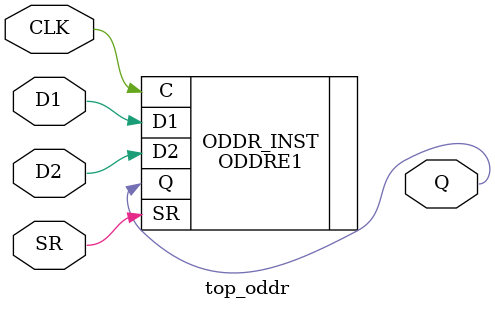
<source format=v>
`timescale 1ns / 1ps


module top_oddr(
  Q,
  CLK,
  D1,
  D2,
  SR
);
  
   output Q;
   input CLK;
   input D1;
   input D2;
   input SR;
   
   ODDRE1 ODDR_INST(
     .Q(Q),
     .C(CLK),
     .D1(D1),
     .D2(D2),
     .SR(SR)
   );
  
endmodule

</source>
